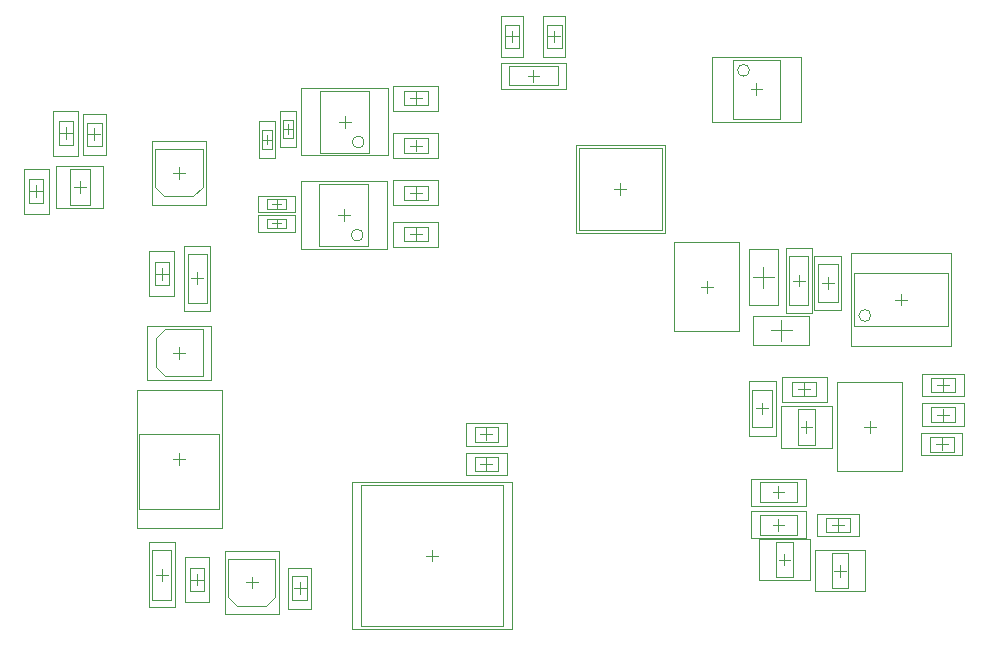
<source format=gbo>
G04 Layer_Color=32896*
%FSLAX42Y42*%
%MOMM*%
G71*
G01*
G75*
%ADD36C,0.10*%
%ADD42C,0.05*%
D36*
X3064Y4265D02*
G03*
X3064Y4265I-50J0D01*
G01*
X3056Y3477D02*
G03*
X3056Y3477I-50J0D01*
G01*
X7354Y2796D02*
G03*
X7354Y2796I-50J0D01*
G01*
X6326Y4872D02*
G03*
X6326Y4872I-50J0D01*
G01*
X570Y4035D02*
X745D01*
X570Y3733D02*
X745D01*
X570D02*
Y4035D01*
X745Y3733D02*
Y4035D01*
X6519Y1849D02*
Y2169D01*
X6349Y1849D02*
Y2169D01*
X6519D01*
X6349Y1849D02*
X6519D01*
X7865Y2270D02*
X8065D01*
X7865Y2145D02*
X8065D01*
X7865D02*
Y2270D01*
X8065Y2145D02*
Y2270D01*
X7865Y2020D02*
X8065D01*
X7865Y1895D02*
X8065D01*
X7865D02*
Y2020D01*
X8065Y1895D02*
Y2020D01*
X7855Y1644D02*
X8055D01*
X7855Y1769D02*
X8055D01*
Y1644D02*
Y1769D01*
X7855Y1644D02*
Y1769D01*
X6412Y1386D02*
X6732D01*
X6412Y1216D02*
X6732D01*
X6412D02*
Y1386D01*
X6732Y1216D02*
Y1386D01*
X3104Y4176D02*
Y4696D01*
X2694Y4176D02*
Y4696D01*
Y4176D02*
X3104D01*
X2694Y4696D02*
X3104D01*
X3096Y3387D02*
Y3907D01*
X2686Y3387D02*
Y3907D01*
Y3387D02*
X3096D01*
X2686Y3907D02*
X3096D01*
X1300Y2361D02*
Y2606D01*
X1375Y2681D01*
X1700D01*
X1380Y2281D02*
X1700D01*
X1300Y2361D02*
X1380Y2281D01*
X1700D02*
Y2681D01*
X1988Y336D02*
X2233D01*
X1912Y411D02*
X1988Y336D01*
X1912Y411D02*
Y736D01*
X2312Y416D02*
Y736D01*
X2233Y336D02*
X2312Y416D01*
X1912Y736D02*
X2312D01*
X1371Y3806D02*
X1616D01*
X1296Y3881D02*
X1371Y3806D01*
X1296Y3881D02*
Y4206D01*
X1696Y3886D02*
Y4206D01*
X1616Y3806D02*
X1696Y3886D01*
X1296Y4206D02*
X1696D01*
X1570Y2901D02*
Y3321D01*
X1730Y2901D02*
Y3321D01*
X1570Y2901D02*
X1730D01*
X1570Y3321D02*
X1730D01*
X1430Y391D02*
Y811D01*
X1270Y391D02*
Y811D01*
X1430D01*
X1270Y391D02*
X1430D01*
X7214Y2706D02*
X8004D01*
X7214Y3156D02*
X8004D01*
X7214Y2706D02*
Y3156D01*
X8004Y2706D02*
Y3156D01*
X4883Y3517D02*
Y4217D01*
X5583Y3517D02*
Y4217D01*
X4883D02*
X5583D01*
X4883Y3517D02*
X5583D01*
X3040Y164D02*
Y1364D01*
X4240Y164D02*
Y1364D01*
X3040D02*
X4240D01*
X3040Y164D02*
X4240D01*
X7074Y2909D02*
Y3229D01*
X6904Y2909D02*
Y3229D01*
X7074D01*
X6904Y2909D02*
X7074D01*
X6412Y940D02*
X6732D01*
X6412Y1110D02*
X6732D01*
Y940D02*
Y1110D01*
X6412Y940D02*
Y1110D01*
X228Y3749D02*
Y3949D01*
X348Y3749D02*
Y3949D01*
X228Y3749D02*
X348D01*
X228Y3949D02*
X348D01*
X478Y4239D02*
Y4439D01*
X598Y4239D02*
Y4439D01*
X478Y4239D02*
X598D01*
X478Y4439D02*
X598D01*
X6691Y2111D02*
X6891D01*
X6691Y2231D02*
X6891D01*
Y2111D02*
Y2231D01*
X6691Y2111D02*
Y2231D01*
X3403Y4575D02*
X3603D01*
X3403Y4695D02*
X3603D01*
Y4575D02*
Y4695D01*
X3403Y4575D02*
Y4695D01*
Y4175D02*
X3603D01*
X3403Y4295D02*
X3603D01*
Y4175D02*
Y4295D01*
X3403Y4175D02*
Y4295D01*
Y3775D02*
X3603D01*
X3403Y3895D02*
X3603D01*
Y3775D02*
Y3895D01*
X3403Y3775D02*
Y3895D01*
Y3425D02*
X3603D01*
X3403Y3545D02*
X3603D01*
Y3425D02*
Y3545D01*
X3403Y3425D02*
Y3545D01*
X1290Y3051D02*
Y3251D01*
X1410Y3051D02*
Y3251D01*
X1290Y3051D02*
X1410D01*
X1290Y3251D02*
X1410D01*
X1590Y461D02*
Y661D01*
X1710Y461D02*
Y661D01*
X1590Y461D02*
X1710D01*
X1590Y661D02*
X1710D01*
X2456Y388D02*
Y588D01*
X2581Y388D02*
Y588D01*
X2456Y388D02*
X2581D01*
X2456Y588D02*
X2581D01*
X3999Y1477D02*
X4199D01*
X3999Y1602D02*
X4199D01*
Y1477D02*
Y1602D01*
X3999Y1477D02*
Y1602D01*
Y1727D02*
X4199D01*
X3999Y1852D02*
X4199D01*
Y1727D02*
Y1852D01*
X3999Y1727D02*
Y1852D01*
X718Y4230D02*
Y4430D01*
X843Y4230D02*
Y4430D01*
X718Y4230D02*
X843D01*
X718Y4430D02*
X843D01*
X6976Y959D02*
X7176D01*
X6976Y1084D02*
X7176D01*
Y959D02*
Y1084D01*
X6976Y959D02*
Y1084D01*
X4254Y5059D02*
Y5259D01*
X4379Y5059D02*
Y5259D01*
X4254Y5059D02*
X4379D01*
X4254Y5259D02*
X4379D01*
X4612Y5059D02*
Y5259D01*
X4737Y5059D02*
Y5259D01*
X4612Y5059D02*
X4737D01*
X4612Y5259D02*
X4737D01*
X2381Y4295D02*
Y4455D01*
X2461Y4295D02*
Y4455D01*
X2381Y4295D02*
X2461D01*
X2381Y4455D02*
X2461D01*
X2203Y4205D02*
Y4365D01*
X2283Y4205D02*
Y4365D01*
X2203Y4205D02*
X2283D01*
X2203Y4365D02*
X2283D01*
X2244Y3779D02*
X2404D01*
X2244Y3699D02*
X2404D01*
X2244D02*
Y3779D01*
X2404Y3699D02*
Y3779D01*
X2244Y3616D02*
X2404D01*
X2244Y3536D02*
X2404D01*
X2244D02*
Y3616D01*
X2404Y3536D02*
Y3616D01*
X6553Y880D02*
X6693D01*
X6553Y580D02*
X6693D01*
X6553D02*
Y880D01*
X6693Y580D02*
Y880D01*
X6739Y2001D02*
X6879D01*
X6739Y1701D02*
X6879D01*
X6739D02*
Y2001D01*
X6879Y1701D02*
Y2001D01*
X7022Y785D02*
X7162D01*
X7022Y485D02*
X7162D01*
X7022D02*
Y785D01*
X7162Y485D02*
Y785D01*
X1162Y1156D02*
Y1791D01*
X1838Y1156D02*
Y1791D01*
X1162Y1156D02*
X1838D01*
X1162Y1791D02*
X1838D01*
X6186Y4462D02*
X6586D01*
X6186Y4962D02*
X6586D01*
Y4462D02*
Y4962D01*
X6186Y4462D02*
Y4962D01*
X6825Y2883D02*
Y3303D01*
X6665Y2883D02*
Y3303D01*
X6825D01*
X6665Y2883D02*
X6825D01*
X4288Y4747D02*
X4708D01*
X4288Y4907D02*
X4708D01*
Y4747D02*
Y4907D01*
X4288Y4747D02*
Y4907D01*
X657Y3834D02*
Y3934D01*
X607Y3884D02*
X707D01*
X5964Y2989D02*
Y3089D01*
X5914Y3039D02*
X6014D01*
X6384Y2009D02*
X6484D01*
X6434Y1959D02*
Y2059D01*
X7344Y1804D02*
Y1904D01*
X7294Y1854D02*
X7394D01*
X7965Y2157D02*
Y2257D01*
X7915Y2207D02*
X8015D01*
X7965Y1907D02*
Y2007D01*
X7915Y1957D02*
X8015D01*
X7955Y1656D02*
Y1756D01*
X7905Y1706D02*
X8005D01*
X6572Y1251D02*
Y1351D01*
X6522Y1301D02*
X6622D01*
X2849Y4435D02*
X2949D01*
X2899Y4385D02*
Y4485D01*
X2841Y3647D02*
X2941D01*
X2891Y3597D02*
Y3697D01*
X1500Y2431D02*
Y2531D01*
X1450Y2481D02*
X1550D01*
X2062Y536D02*
X2162D01*
X2112Y486D02*
Y586D01*
X1446Y4006D02*
X1546D01*
X1496Y3956D02*
Y4056D01*
X1600Y3111D02*
X1700D01*
X1650Y3061D02*
Y3161D01*
X1300Y601D02*
X1400D01*
X1350Y551D02*
Y651D01*
X7609Y2881D02*
Y2981D01*
X7559Y2931D02*
X7659D01*
X5183Y3867D02*
X5283D01*
X5233Y3817D02*
Y3917D01*
X3590Y764D02*
X3690D01*
X3640Y714D02*
Y814D01*
X6939Y3069D02*
X7039D01*
X6989Y3019D02*
Y3119D01*
X6572Y975D02*
Y1075D01*
X6522Y1025D02*
X6622D01*
X238Y3849D02*
X338D01*
X288Y3799D02*
Y3899D01*
X488Y4339D02*
X588D01*
X538Y4289D02*
Y4389D01*
X6791Y2121D02*
Y2221D01*
X6741Y2171D02*
X6841D01*
X3503Y4585D02*
Y4685D01*
X3453Y4635D02*
X3553D01*
X3503Y4185D02*
Y4285D01*
X3453Y4235D02*
X3553D01*
X3503Y3785D02*
Y3885D01*
X3453Y3835D02*
X3553D01*
X3503Y3435D02*
Y3535D01*
X3453Y3485D02*
X3553D01*
X1300Y3151D02*
X1400D01*
X1350Y3101D02*
Y3201D01*
X1600Y561D02*
X1700D01*
X1650Y511D02*
Y611D01*
X6325Y3361D02*
X6565D01*
X6325Y2881D02*
Y3361D01*
Y2881D02*
X6565D01*
Y3361D01*
X6355Y3121D02*
X6535D01*
X6445Y3031D02*
Y3211D01*
X6835Y2550D02*
Y2790D01*
X6355D02*
X6835D01*
X6355Y2550D02*
Y2790D01*
Y2550D02*
X6835D01*
X6595Y2580D02*
Y2760D01*
X6505Y2670D02*
X6685D01*
X2469Y488D02*
X2569D01*
X2519Y438D02*
Y538D01*
X4099Y1490D02*
Y1590D01*
X4049Y1540D02*
X4149D01*
X4099Y1740D02*
Y1840D01*
X4049Y1790D02*
X4149D01*
X730Y4330D02*
X830D01*
X780Y4280D02*
Y4380D01*
X7076Y971D02*
Y1071D01*
X7026Y1021D02*
X7126D01*
X4267Y5159D02*
X4367D01*
X4317Y5109D02*
Y5209D01*
X4624Y5159D02*
X4724D01*
X4674Y5109D02*
Y5209D01*
X2381Y4375D02*
X2461D01*
X2421Y4335D02*
Y4415D01*
X2203Y4285D02*
X2283D01*
X2243Y4245D02*
Y4325D01*
X2324Y3699D02*
Y3779D01*
X2284Y3739D02*
X2364D01*
X2324Y3536D02*
Y3616D01*
X2284Y3576D02*
X2364D01*
X6623Y680D02*
Y780D01*
X6573Y730D02*
X6673D01*
X6809Y1801D02*
Y1901D01*
X6759Y1851D02*
X6859D01*
X7093Y585D02*
Y685D01*
X7043Y635D02*
X7143D01*
X1450Y1581D02*
X1550D01*
X1500Y1531D02*
Y1631D01*
X6386Y4662D02*
Y4762D01*
X6336Y4712D02*
X6436D01*
X6695Y3092D02*
X6795D01*
X6745Y3042D02*
Y3142D01*
X4498Y4777D02*
Y4877D01*
X4448Y4827D02*
X4548D01*
D42*
X457Y4059D02*
X857D01*
X457Y3709D02*
X857D01*
X457D02*
Y4059D01*
X857Y3709D02*
Y4059D01*
X5689Y3416D02*
X6239D01*
X5689Y2661D02*
X6239D01*
Y3416D01*
X5689Y2661D02*
Y3416D01*
X6549Y1779D02*
Y2239D01*
X6319Y1779D02*
Y2239D01*
X6549D01*
X6319Y1779D02*
X6549D01*
X7069Y2231D02*
X7619D01*
X7069Y1476D02*
X7619D01*
Y2231D01*
X7069Y1476D02*
Y2231D01*
X7790Y2302D02*
X8140D01*
X7790Y2112D02*
X8140D01*
X7790D02*
Y2302D01*
X8140Y2112D02*
Y2302D01*
X7790Y2052D02*
X8140D01*
X7790Y1862D02*
X8140D01*
X7790D02*
Y2052D01*
X8140Y1862D02*
Y2052D01*
X7780Y1611D02*
X8130D01*
X7780Y1801D02*
X8130D01*
Y1611D02*
Y1801D01*
X7780Y1611D02*
Y1801D01*
X6342Y1416D02*
X6803D01*
X6342Y1186D02*
X6803D01*
X6342D02*
Y1416D01*
X6803Y1186D02*
Y1416D01*
X3264Y4151D02*
Y4721D01*
X2534Y4151D02*
Y4721D01*
Y4151D02*
X3264D01*
X2534Y4721D02*
X3264D01*
X3256Y3362D02*
Y3932D01*
X2526Y3362D02*
Y3932D01*
Y3362D02*
X3256D01*
X2526Y3932D02*
X3256D01*
X1230Y2251D02*
X1770D01*
X1230Y2711D02*
X1770D01*
Y2251D02*
Y2711D01*
X1230Y2251D02*
Y2711D01*
X2342Y266D02*
Y806D01*
X1883Y266D02*
Y806D01*
X2342D01*
X1883Y266D02*
X2342D01*
X1726Y3736D02*
Y4276D01*
X1266Y3736D02*
Y4276D01*
X1726D01*
X1266Y3736D02*
X1726D01*
X1760Y2836D02*
Y3386D01*
X1540Y2836D02*
X1760D01*
X1540D02*
Y3386D01*
X1760D01*
X1240Y326D02*
Y876D01*
X1460D01*
Y326D02*
Y876D01*
X1240Y326D02*
X1460D01*
X7189Y2536D02*
X8029D01*
X7189Y3326D02*
X8029D01*
X7189Y2536D02*
Y3326D01*
X8029Y2536D02*
Y3326D01*
X4858Y3492D02*
Y4242D01*
X5608Y3492D02*
Y4242D01*
X4858D02*
X5608D01*
X4858Y3492D02*
X5608D01*
X2965Y139D02*
Y1389D01*
X4315Y139D02*
Y1389D01*
X2965D02*
X4315D01*
X2965Y139D02*
X4315D01*
X7104Y2839D02*
Y3299D01*
X6874Y2839D02*
Y3299D01*
X7104D01*
X6874Y2839D02*
X7104D01*
X6342Y910D02*
X6803D01*
X6342Y1140D02*
X6803D01*
Y910D02*
Y1140D01*
X6342Y910D02*
Y1140D01*
X183Y3659D02*
Y4039D01*
X393Y3659D02*
Y4039D01*
X183Y3659D02*
X393D01*
X183Y4039D02*
X393D01*
X433Y4149D02*
Y4529D01*
X643Y4149D02*
Y4529D01*
X433Y4149D02*
X643D01*
X433Y4529D02*
X643D01*
X6601Y2066D02*
X6981D01*
X6601Y2276D02*
X6981D01*
Y2066D02*
Y2276D01*
X6601Y2066D02*
Y2276D01*
X3312Y4530D02*
X3692D01*
X3312Y4740D02*
X3692D01*
Y4530D02*
Y4740D01*
X3312Y4530D02*
Y4740D01*
Y4130D02*
X3692D01*
X3312Y4340D02*
X3692D01*
Y4130D02*
Y4340D01*
X3312Y4130D02*
Y4340D01*
Y3730D02*
X3692D01*
X3312Y3940D02*
X3692D01*
Y3730D02*
Y3940D01*
X3312Y3730D02*
Y3940D01*
Y3380D02*
X3692D01*
X3312Y3590D02*
X3692D01*
Y3380D02*
Y3590D01*
X3312Y3380D02*
Y3590D01*
X1245Y2961D02*
Y3341D01*
X1455Y2961D02*
Y3341D01*
X1245Y2961D02*
X1455D01*
X1245Y3341D02*
X1455D01*
X1545Y371D02*
Y751D01*
X1755Y371D02*
Y751D01*
X1545Y371D02*
X1755D01*
X1545Y751D02*
X1755D01*
X2424Y312D02*
Y662D01*
X2614Y312D02*
Y662D01*
X2424Y312D02*
X2614D01*
X2424Y662D02*
X2614D01*
X3924Y1445D02*
X4274D01*
X3924Y1635D02*
X4274D01*
Y1445D02*
Y1635D01*
X3924Y1445D02*
Y1635D01*
Y1695D02*
X4274D01*
X3924Y1885D02*
X4274D01*
Y1695D02*
Y1885D01*
X3924Y1695D02*
Y1885D01*
X685Y4155D02*
Y4505D01*
X875Y4155D02*
Y4505D01*
X685Y4155D02*
X875D01*
X685Y4505D02*
X875D01*
X6901Y926D02*
X7251D01*
X6901Y1116D02*
X7251D01*
Y926D02*
Y1116D01*
X6901Y926D02*
Y1116D01*
X4222Y4984D02*
Y5334D01*
X4412Y4984D02*
Y5334D01*
X4222Y4984D02*
X4412D01*
X4222Y5334D02*
X4412D01*
X4579Y4984D02*
Y5334D01*
X4769Y4984D02*
Y5334D01*
X4579Y4984D02*
X4769D01*
X4579Y5334D02*
X4769D01*
X2351Y4220D02*
Y4530D01*
X2491Y4220D02*
Y4530D01*
X2351Y4220D02*
X2491D01*
X2351Y4530D02*
X2491D01*
X2173Y4130D02*
Y4440D01*
X2313Y4130D02*
Y4440D01*
X2173Y4130D02*
X2313D01*
X2173Y4440D02*
X2313D01*
X2169Y3809D02*
X2479D01*
X2169Y3669D02*
X2479D01*
X2169D02*
Y3809D01*
X2479Y3669D02*
Y3809D01*
X2169Y3646D02*
X2479D01*
X2169Y3506D02*
X2479D01*
X2169D02*
Y3646D01*
X2479Y3506D02*
Y3646D01*
X6408Y905D02*
X6838D01*
X6408Y555D02*
X6838D01*
X6408D02*
Y905D01*
X6838Y555D02*
Y905D01*
X6594Y2026D02*
X7024D01*
X6594Y1676D02*
X7024D01*
X6594D02*
Y2026D01*
X7024Y1676D02*
Y2026D01*
X6878Y810D02*
X7307D01*
X6878Y460D02*
X7307D01*
X6878D02*
Y810D01*
X7307Y460D02*
Y810D01*
X1138Y994D02*
Y2169D01*
X1862Y994D02*
Y2169D01*
X1138Y994D02*
X1862D01*
X1138Y2169D02*
X1862D01*
X6011Y4438D02*
X6761D01*
X6011Y4988D02*
X6761D01*
Y4438D02*
Y4988D01*
X6011Y4438D02*
Y4988D01*
X6635Y2817D02*
Y3367D01*
X6855D01*
Y2817D02*
Y3367D01*
X6635Y2817D02*
X6855D01*
X4223Y4937D02*
X4773D01*
Y4717D02*
Y4937D01*
X4223Y4717D02*
X4773D01*
X4223D02*
Y4937D01*
M02*

</source>
